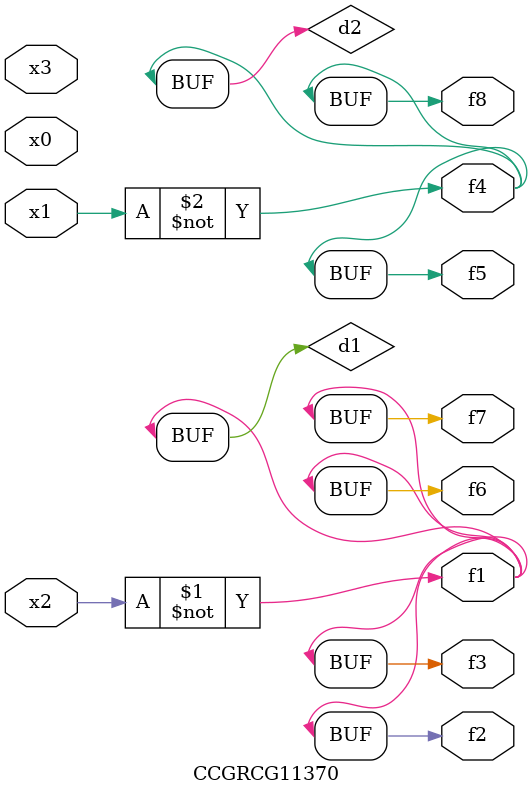
<source format=v>
module CCGRCG11370(
	input x0, x1, x2, x3,
	output f1, f2, f3, f4, f5, f6, f7, f8
);

	wire d1, d2;

	xnor (d1, x2);
	not (d2, x1);
	assign f1 = d1;
	assign f2 = d1;
	assign f3 = d1;
	assign f4 = d2;
	assign f5 = d2;
	assign f6 = d1;
	assign f7 = d1;
	assign f8 = d2;
endmodule

</source>
